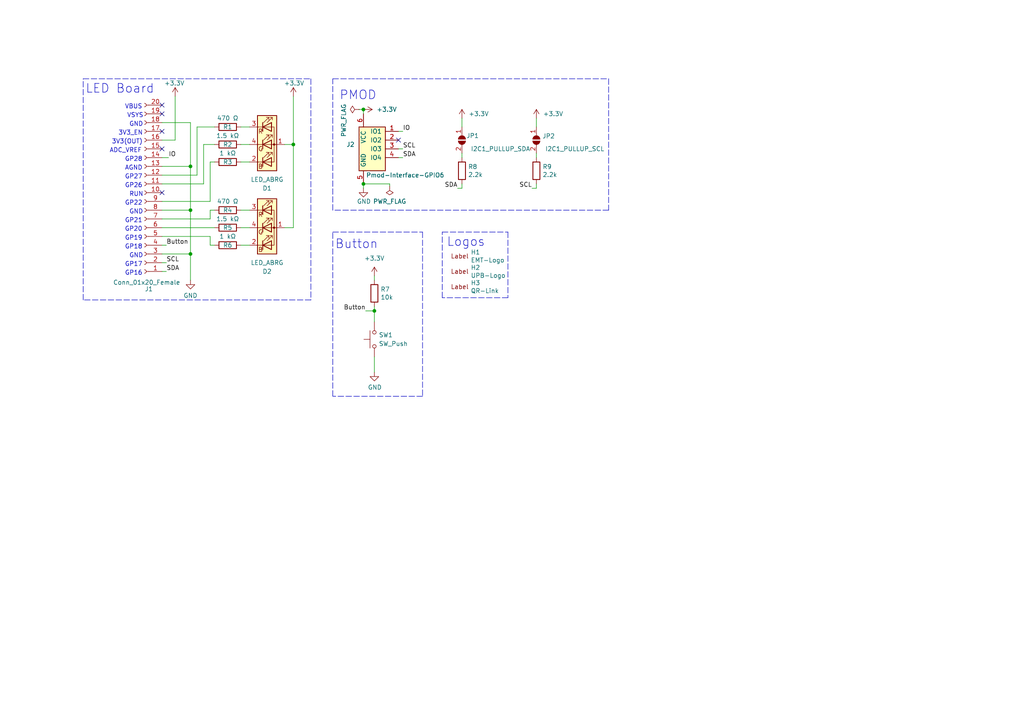
<source format=kicad_sch>
(kicad_sch (version 20211123) (generator eeschema)
  (paper "A4")
  (title_block (title "Pico Pupil Project") (date "04.09.2023") (rev "V 1.0") (company "Paderborn University - Measurement Engineering Group"))
  (lib_symbols
    (symbol "Connector:Conn_01x20_Female" (pin_names (offset 1.016) hide)
      (property "Reference" "J" (at 0 25.4 0))
      (property "Value" "Conn_01x20_Female" (at 0 -27.94 0))
      (symbol "Conn_01x20_Female_1_1"
        (arc (start 0 -24.892) (mid -0.508 -25.4) (end 0 -25.908) (stroke (width 0.1524)))
        (arc (start 0 -22.352) (mid -0.508 -22.86) (end 0 -23.368) (stroke (width 0.1524)))
        (arc (start 0 -19.812) (mid -0.508 -20.32) (end 0 -20.828) (stroke (width 0.1524)))
        (arc (start 0 -17.272) (mid -0.508 -17.78) (end 0 -18.288) (stroke (width 0.1524)))
        (arc (start 0 -14.732) (mid -0.508 -15.24) (end 0 -15.748) (stroke (width 0.1524)))
        (arc (start 0 -12.192) (mid -0.508 -12.7) (end 0 -13.208) (stroke (width 0.1524)))
        (arc (start 0 -9.652) (mid -0.508 -10.16) (end 0 -10.668) (stroke (width 0.1524)))
        (arc (start 0 -7.112) (mid -0.508 -7.62) (end 0 -8.128) (stroke (width 0.1524)))
        (arc (start 0 -4.572) (mid -0.508 -5.08) (end 0 -5.588) (stroke (width 0.1524)))
        (arc (start 0 -2.032) (mid -0.508 -2.54) (end 0 -3.048) (stroke (width 0.1524)))
        (polyline (pts (xy -1.27 -25.4) (xy -0.508 -25.4)) (stroke (width 0.1524)))
        (polyline (pts (xy -1.27 -22.86) (xy -0.508 -22.86)) (stroke (width 0.1524)))
        (polyline (pts (xy -1.27 -20.32) (xy -0.508 -20.32)) (stroke (width 0.1524)))
        (polyline (pts (xy -1.27 -17.78) (xy -0.508 -17.78)) (stroke (width 0.1524)))
        (polyline (pts (xy -1.27 -15.24) (xy -0.508 -15.24)) (stroke (width 0.1524)))
        (polyline (pts (xy -1.27 -12.7) (xy -0.508 -12.7)) (stroke (width 0.1524)))
        (polyline (pts (xy -1.27 -10.16) (xy -0.508 -10.16)) (stroke (width 0.1524)))
        (polyline (pts (xy -1.27 -7.62) (xy -0.508 -7.62)) (stroke (width 0.1524)))
        (polyline (pts (xy -1.27 -5.08) (xy -0.508 -5.08)) (stroke (width 0.1524)))
        (polyline (pts (xy -1.27 -2.54) (xy -0.508 -2.54)) (stroke (width 0.1524)))
        (polyline (pts (xy -1.27 0) (xy -0.508 0)) (stroke (width 0.1524)))
        (polyline (pts (xy -1.27 2.54) (xy -0.508 2.54)) (stroke (width 0.1524)))
        (polyline (pts (xy -1.27 5.08) (xy -0.508 5.08)) (stroke (width 0.1524)))
        (polyline (pts (xy -1.27 7.62) (xy -0.508 7.62)) (stroke (width 0.1524)))
        (polyline (pts (xy -1.27 10.16) (xy -0.508 10.16)) (stroke (width 0.1524)))
        (polyline (pts (xy -1.27 12.7) (xy -0.508 12.7)) (stroke (width 0.1524)))
        (polyline (pts (xy -1.27 15.24) (xy -0.508 15.24)) (stroke (width 0.1524)))
        (polyline (pts (xy -1.27 17.78) (xy -0.508 17.78)) (stroke (width 0.1524)))
        (polyline (pts (xy -1.27 20.32) (xy -0.508 20.32)) (stroke (width 0.1524)))
        (polyline (pts (xy -1.27 22.86) (xy -0.508 22.86)) (stroke (width 0.1524)))
        (arc (start 0 0.508) (mid -0.508 0) (end 0 -0.508) (stroke (width 0.1524)))
        (arc (start 0 3.048) (mid -0.508 2.54) (end 0 2.032) (stroke (width 0.1524)))
        (arc (start 0 5.588) (mid -0.508 5.08) (end 0 4.572) (stroke (width 0.1524)))
        (arc (start 0 8.128) (mid -0.508 7.62) (end 0 7.112) (stroke (width 0.1524)))
        (arc (start 0 10.668) (mid -0.508 10.16) (end 0 9.652) (stroke (width 0.1524)))
        (arc (start 0 13.208) (mid -0.508 12.7) (end 0 12.192) (stroke (width 0.1524)))
        (arc (start 0 15.748) (mid -0.508 15.24) (end 0 14.732) (stroke (width 0.1524)))
        (arc (start 0 18.288) (mid -0.508 17.78) (end 0 17.272) (stroke (width 0.1524)))
        (arc (start 0 20.828) (mid -0.508 20.32) (end 0 19.812) (stroke (width 0.1524)))
        (arc (start 0 23.368) (mid -0.508 22.86) (end 0 22.352) (stroke (width 0.1524)))
        (pin passive line (at -5.08 22.86 0) (length 3.81) (name "Pin_1") (number "1"))
        (pin passive line (at -5.08 0 0) (length 3.81) (name "Pin_10") (number "10"))
        (pin passive line (at -5.08 -2.54 0) (length 3.81) (name "Pin_11") (number "11"))
        (pin passive line (at -5.08 -5.08 0) (length 3.81) (name "Pin_12") (number "12"))
        (pin passive line (at -5.08 -7.62 0) (length 3.81) (name "Pin_13") (number "13"))
        (pin passive line (at -5.08 -10.16 0) (length 3.81) (name "Pin_14") (number "14"))
        (pin passive line (at -5.08 -12.7 0) (length 3.81) (name "Pin_15") (number "15"))
        (pin passive line (at -5.08 -15.24 0) (length 3.81) (name "Pin_16") (number "16"))
        (pin passive line (at -5.08 -17.78 0) (length 3.81) (name "Pin_17") (number "17"))
        (pin passive line (at -5.08 -20.32 0) (length 3.81) (name "Pin_18") (number "18"))
        (pin passive line (at -5.08 -22.86 0) (length 3.81) (name "Pin_19") (number "19"))
        (pin passive line (at -5.08 20.32 0) (length 3.81) (name "Pin_2") (number "2"))
        (pin passive line (at -5.08 -25.4 0) (length 3.81) (name "Pin_20") (number "20"))
        (pin passive line (at -5.08 17.78 0) (length 3.81) (name "Pin_3") (number "3"))
        (pin passive line (at -5.08 15.24 0) (length 3.81) (name "Pin_4") (number "4"))
        (pin passive line (at -5.08 12.7 0) (length 3.81) (name "Pin_5") (number "5"))
        (pin passive line (at -5.08 10.16 0) (length 3.81) (name "Pin_6") (number "6"))
        (pin passive line (at -5.08 7.62 0) (length 3.81) (name "Pin_7") (number "7"))
        (pin passive line (at -5.08 5.08 0) (length 3.81) (name "Pin_8") (number "8"))
        (pin passive line (at -5.08 2.54 0) (length 3.81) (name "Pin_9") (number "9"))
      )
    )
    (symbol "Device:LED_ABRG" (pin_names (offset 0) hide)
      (property "Reference" "D" (at 0 9.398 0))
      (property "Value" "LED_ABRG" (at 0 -8.89 0))
      (symbol "LED_ABRG_0_0"
        (text "B" (at -1.905 -6.35 0) (effects (font (size 1.27 1.27))))
        (text "G" (at -1.905 -1.27 0) (effects (font (size 1.27 1.27))))
        (text "R" (at -1.905 3.81 0) (effects (font (size 1.27 1.27))))
      )
      (symbol "LED_ABRG_0_1"
        (polyline (pts (xy -1.27 -5.08) (xy -2.54 -5.08)))
        (polyline (pts (xy -1.27 -5.08) (xy 1.27 -5.08)))
        (polyline (pts (xy -1.27 -3.81) (xy -1.27 -6.35)) (stroke (width 0.254)))
        (polyline (pts (xy -1.27 0) (xy -2.54 0)))
        (polyline (pts (xy -1.27 1.27) (xy -1.27 -1.27)) (stroke (width 0.254)))
        (polyline (pts (xy -1.27 5.08) (xy -2.54 5.08)))
        (polyline (pts (xy -1.27 5.08) (xy 1.27 5.08)))
        (polyline (pts (xy -1.27 6.35) (xy -1.27 3.81)) (stroke (width 0.254)))
        (polyline (pts (xy 1.27 0) (xy -1.27 0)))
        (polyline (pts (xy 1.27 0) (xy 2.54 0)))
        (polyline (pts (xy -1.27 1.27) (xy -1.27 -1.27) (xy -1.27 -1.27)))
        (polyline (pts (xy -1.27 6.35) (xy -1.27 3.81) (xy -1.27 3.81)))
        (polyline (pts (xy 1.27 -5.08) (xy 2.032 -5.08) (xy 2.032 5.08) (xy 1.27 5.08)))
        (polyline (pts (xy 1.27 -3.81) (xy 1.27 -6.35) (xy -1.27 -5.08) (xy 1.27 -3.81)) (stroke (width 0.254)))
        (polyline (pts (xy 1.27 1.27) (xy 1.27 -1.27) (xy -1.27 0) (xy 1.27 1.27)) (stroke (width 0.254)))
        (polyline (pts (xy 1.27 6.35) (xy 1.27 3.81) (xy -1.27 5.08) (xy 1.27 6.35)) (stroke (width 0.254)))
        (polyline (pts (xy -1.016 -3.81) (xy 0.508 -2.286) (xy -0.254 -2.286) (xy 0.508 -2.286) (xy 0.508 -3.048)))
        (polyline (pts (xy -1.016 1.27) (xy 0.508 2.794) (xy -0.254 2.794) (xy 0.508 2.794) (xy 0.508 2.032)))
        (polyline (pts (xy -1.016 6.35) (xy 0.508 7.874) (xy -0.254 7.874) (xy 0.508 7.874) (xy 0.508 7.112)))
        (polyline (pts (xy 0 -3.81) (xy 1.524 -2.286) (xy 0.762 -2.286) (xy 1.524 -2.286) (xy 1.524 -3.048)))
        (polyline (pts (xy 0 1.27) (xy 1.524 2.794) (xy 0.762 2.794) (xy 1.524 2.794) (xy 1.524 2.032)))
        (polyline (pts (xy 0 6.35) (xy 1.524 7.874) (xy 0.762 7.874) (xy 1.524 7.874) (xy 1.524 7.112)))
        (rectangle (start 1.27 -1.27) (end 1.27 1.27))
        (rectangle (start 1.27 1.27) (end 1.27 1.27))
        (rectangle (start 1.27 3.81) (end 1.27 6.35))
        (rectangle (start 1.27 6.35) (end 1.27 6.35))
        (circle (center 2.032 0) (radius 0.254) (fill (type outline)))
        (rectangle (start 2.794 8.382) (end -2.794 -7.62) (stroke (width 0.254)) (fill (type background)))
      )
      (symbol "LED_ABRG_1_1"
        (pin passive line (at 5.08 0 180) (length 2.54) (name "A") (number "1"))
        (pin passive line (at -5.08 -5.08 0) (length 2.54) (name "BK") (number "2"))
        (pin passive line (at -5.08 5.08 0) (length 2.54) (name "RK") (number "3"))
        (pin passive line (at -5.08 0 0) (length 2.54) (name "GK") (number "4"))
      )
    )
    (symbol "Device:R" (pin_numbers hide) (pin_names (offset 0))
      (property "Reference" "R" (at 2.032 0 90))
      (property "Value" "R" (at 0 0 90))
      (symbol "R_0_1"
        (rectangle (start -1.016 -2.54) (end 1.016 2.54) (stroke (width 0.254)))
      )
      (symbol "R_1_1"
        (pin passive line (at 0 3.81 270) (length 1.27) (name "~") (number "1"))
        (pin passive line (at 0 -3.81 90) (length 1.27) (name "~") (number "2"))
      )
    )
    (symbol "Jumper:SolderJumper_2_Open" (pin_names (offset 0) hide)
      (property "Reference" "JP" (at 0 2.032 0))
      (property "Value" "SolderJumper_2_Open" (at 0 -2.54 0))
      (symbol "SolderJumper_2_Open_0_1"
        (arc (start -0.254 1.016) (mid -1.27 0) (end -0.254 -1.016))
        (arc (start -0.254 1.016) (mid -1.27 0) (end -0.254 -1.016) (fill (type outline)))
        (polyline (pts (xy -0.254 1.016) (xy -0.254 -1.016)))
        (polyline (pts (xy 0.254 1.016) (xy 0.254 -1.016)))
        (arc (start 0.254 -1.016) (mid 1.27 0) (end 0.254 1.016))
        (arc (start 0.254 -1.016) (mid 1.27 0) (end 0.254 1.016) (fill (type outline)))
      )
      (symbol "SolderJumper_2_Open_1_1"
        (pin passive line (at -3.81 0 0) (length 2.54) (name "A") (number "1"))
        (pin passive line (at 3.81 0 180) (length 2.54) (name "B") (number "2"))
      )
    )
    (symbol "Mechanical-emt:Silkscreen_Label" (in_bom no) (on_board no)
      (symbol "Silkscreen_Label_0_0"
        (text "Label" (at 0 0 0) (effects (font (size 1.27 1.27))))
      )
    )
    (symbol "Pmod-Interface-emt:Pmod-Interface-GPIO6" (pin_names (offset 1.016))
      (property "Reference" "J" (at 0 7.62 0))
      (property "Value" "Pmod-Interface-GPIO6" (at 10.16 -8.89 0))
      (symbol "Pmod-Interface-GPIO6_1_1"
        (rectangle (start 3.81 -6.35) (end -3.81 6.35) (stroke (width 0.254)) (fill (type background)))
        (pin bidirectional line (at 7.62 5.08 180) (length 3.81) (name "IO1") (number "1"))
        (pin bidirectional line (at 7.62 2.54 180) (length 3.81) (name "IO2") (number "2"))
        (pin bidirectional line (at 7.62 0 180) (length 3.81) (name "IO3") (number "3"))
        (pin bidirectional line (at 7.62 -2.54 180) (length 3.81) (name "IO4") (number "4"))
        (pin power_in line (at -2.54 -10.16 90) (length 3.81) (name "GND") (number "5"))
        (pin power_in line (at -2.54 10.16 270) (length 3.81) (name "VCC") (number "6"))
      )
    )
    (symbol "Switch:SW_Push" (pin_numbers hide) (pin_names (offset 1.016) hide)
      (property "Reference" "SW" (at 1.27 2.54 0))
      (property "Value" "SW_Push" (at 0 -1.524 0))
      (symbol "SW_Push_0_1"
        (circle (center -2.032 0) (radius 0.508))
        (polyline (pts (xy 0 1.27) (xy 0 3.048)))
        (polyline (pts (xy 2.54 1.27) (xy -2.54 1.27)))
        (circle (center 2.032 0) (radius 0.508))
        (pin passive line (at -5.08 0 0) (length 2.54) (name "1") (number "1"))
        (pin passive line (at 5.08 0 180) (length 2.54) (name "2") (number "2"))
      )
    )
    (symbol "power:+3.3V" (power) (pin_names (offset 0))
      (property "Value" "+3.3V" (at 0 3.556 0))
      (symbol "+3.3V_0_1"
        (polyline (pts (xy -0.762 1.27) (xy 0 2.54)))
        (polyline (pts (xy 0 0) (xy 0 2.54)))
        (polyline (pts (xy 0 2.54) (xy 0.762 1.27)))
      )
      (symbol "+3.3V_1_1"
        (pin power_in line (at 0 0 90) (length 0) hide (name "+3.3V") (number "1"))
      )
    )
    (symbol "power:GND" (power) (pin_names (offset 0))
      (property "Value" "GND" (at 0 -3.81 0))
      (symbol "GND_0_1"
        (polyline (pts (xy 0 0) (xy 0 -1.27) (xy 1.27 -1.27) (xy 0 -2.54) (xy -1.27 -1.27) (xy 0 -1.27)))
      )
      (symbol "GND_1_1"
        (pin power_in line (at 0 0 270) (length 0) hide (name "GND") (number "1"))
      )
    )
    (symbol "power:PWR_FLAG" (power) (pin_numbers hide) (pin_names (offset 0) hide)
      (property "Value" "PWR_FLAG" (at 0 3.81 0))
      (symbol "PWR_FLAG_0_0"
        (pin power_out line (at 0 0 90) (length 0) (name "pwr") (number "1"))
      )
      (symbol "PWR_FLAG_0_1"
        (polyline (pts (xy 0 0) (xy 0 1.27) (xy -1.016 1.905) (xy 0 2.54) (xy 1.016 1.905) (xy 0 1.27)))
      )
    )
  )
  (junction (at 55.245 60.96))
  (junction (at 55.245 48.26))
  (junction (at 105.41 53.34))
  (junction (at 85.09 41.91))
  (junction (at 105.41 31.75))
  (junction (at 55.245 73.66))
  (junction (at 108.585 90.17))
  (no_connect (at 46.99 38.1))
  (no_connect (at 46.99 43.18))
  (no_connect (at 115.57 40.64))
  (no_connect (at 46.99 30.48))
  (no_connect (at 46.99 33.02))
  (no_connect (at 46.99 55.88))
  (polyline (pts (xy 176.53 22.86) (xy 176.53 60.96)))
  (wire (pts (xy 72.39 60.96) (xy 69.85 60.96)))
  (wire (pts (xy 48.26 71.12) (xy 46.99 71.12)))
  (wire (pts (xy 133.985 45.72) (xy 133.985 44.45)))
  (polyline (pts (xy 24.13 22.86) (xy 90.17 22.86)))
  (wire (pts (xy 60.96 68.58) (xy 60.96 71.12)))
  (polyline (pts (xy 96.52 60.96) (xy 96.52 22.86)))
  (wire (pts (xy 85.09 41.91) (xy 85.09 27.94)))
  (polyline (pts (xy 24.13 86.995) (xy 24.13 22.86)))
  (wire (pts (xy 105.41 31.75) (xy 105.41 33.02)))
  (wire (pts (xy 59.055 41.91) (xy 62.23 41.91)))
  (wire (pts (xy 60.96 63.5) (xy 60.96 60.96)))
  (wire (pts (xy 46.99 73.66) (xy 55.245 73.66)))
  (wire (pts (xy 116.84 38.1) (xy 115.57 38.1)))
  (wire (pts (xy 55.245 60.96) (xy 55.245 73.66)))
  (wire (pts (xy 55.245 48.26) (xy 55.245 60.96)))
  (wire (pts (xy 113.03 53.975) (xy 113.03 53.34)))
  (wire (pts (xy 133.985 34.29) (xy 133.985 36.83)))
  (wire (pts (xy 116.84 43.18) (xy 115.57 43.18)))
  (wire (pts (xy 82.55 66.04) (xy 85.09 66.04)))
  (wire (pts (xy 72.39 71.12) (xy 69.85 71.12)))
  (wire (pts (xy 72.39 41.91) (xy 69.85 41.91)))
  (wire (pts (xy 154.305 54.61) (xy 155.575 54.61)))
  (polyline (pts (xy 147.32 86.36) (xy 128.27 86.36)))
  (wire (pts (xy 46.99 50.8) (xy 57.15 50.8)))
  (polyline (pts (xy 147.32 67.31) (xy 147.32 86.36)))
  (polyline (pts (xy 128.27 86.36) (xy 128.27 67.31)))
  (polyline (pts (xy 122.555 114.935) (xy 96.52 114.935)))
  (wire (pts (xy 60.96 58.42) (xy 60.96 46.99)))
  (polyline (pts (xy 90.17 86.995) (xy 24.13 86.995)))
  (wire (pts (xy 104.14 31.75) (xy 105.41 31.75)))
  (wire (pts (xy 85.09 66.04) (xy 85.09 41.91)))
  (polyline (pts (xy 96.52 22.86) (xy 176.53 22.86)))
  (wire (pts (xy 113.03 53.34) (xy 105.41 53.34)))
  (wire (pts (xy 48.26 78.74) (xy 46.99 78.74)))
  (wire (pts (xy 48.895 45.72) (xy 46.99 45.72)))
  (wire (pts (xy 57.15 50.8) (xy 57.15 36.83)))
  (wire (pts (xy 155.575 34.29) (xy 155.575 36.83)))
  (wire (pts (xy 82.55 41.91) (xy 85.09 41.91)))
  (wire (pts (xy 46.99 35.56) (xy 55.245 35.56)))
  (wire (pts (xy 57.15 36.83) (xy 62.23 36.83)))
  (wire (pts (xy 46.99 48.26) (xy 55.245 48.26)))
  (wire (pts (xy 132.715 54.61) (xy 133.985 54.61)))
  (wire (pts (xy 46.99 40.64) (xy 50.8 40.64)))
  (wire (pts (xy 133.985 54.61) (xy 133.985 53.34)))
  (wire (pts (xy 46.99 58.42) (xy 60.96 58.42)))
  (wire (pts (xy 155.575 54.61) (xy 155.575 53.34)))
  (wire (pts (xy 46.99 53.34) (xy 59.055 53.34)))
  (wire (pts (xy 59.055 53.34) (xy 59.055 41.91)))
  (wire (pts (xy 105.41 54.61) (xy 105.41 53.34)))
  (wire (pts (xy 55.245 35.56) (xy 55.245 48.26)))
  (wire (pts (xy 48.26 76.2) (xy 46.99 76.2)))
  (wire (pts (xy 106.045 90.17) (xy 108.585 90.17)))
  (wire (pts (xy 46.99 66.04) (xy 62.23 66.04)))
  (polyline (pts (xy 122.555 67.31) (xy 122.555 114.935)))
  (polyline (pts (xy 96.52 67.31) (xy 122.555 67.31)))
  (wire (pts (xy 50.8 40.64) (xy 50.8 27.94)))
  (polyline (pts (xy 128.27 67.31) (xy 147.32 67.31)))
  (wire (pts (xy 108.585 88.9) (xy 108.585 90.17)))
  (wire (pts (xy 108.585 80.01) (xy 108.585 81.28)))
  (wire (pts (xy 72.39 66.04) (xy 69.85 66.04)))
  (wire (pts (xy 72.39 46.99) (xy 69.85 46.99)))
  (wire (pts (xy 60.96 71.12) (xy 62.23 71.12)))
  (wire (pts (xy 108.585 103.505) (xy 108.585 107.95)))
  (wire (pts (xy 60.96 46.99) (xy 62.23 46.99)))
  (wire (pts (xy 60.96 60.96) (xy 62.23 60.96)))
  (polyline (pts (xy 90.17 22.86) (xy 90.17 86.995)))
  (wire (pts (xy 55.245 73.66) (xy 55.245 81.28)))
  (wire (pts (xy 46.99 63.5) (xy 60.96 63.5)))
  (wire (pts (xy 46.99 68.58) (xy 60.96 68.58)))
  (polyline (pts (xy 96.52 114.935) (xy 96.52 67.31)))
  (wire (pts (xy 46.99 60.96) (xy 55.245 60.96)))
  (wire (pts (xy 116.84 45.72) (xy 115.57 45.72)))
  (wire (pts (xy 155.575 45.72) (xy 155.575 44.45)))
  (wire (pts (xy 72.39 36.83) (xy 69.85 36.83)))
  (wire (pts (xy 108.585 90.17) (xy 108.585 93.345)))
  (polyline (pts (xy 176.53 60.96) (xy 96.52 60.96)))
  (text "3V3(OUT)" (at 32.385 41.91 0) (effects (font (size 1.27 1.27)) (justify left bottom)))
  (text "AGND" (at 36.195 49.53 0) (effects (font (size 1.27 1.27)) (justify left bottom)))
  (text "ADC_VREF" (at 31.75 44.45 0) (effects (font (size 1.27 1.27)) (justify left bottom)))
  (text "GP20" (at 36.1745 67.2587 0) (effects (font (size 1.27 1.27)) (justify left bottom)))
  (text "GP17" (at 36.195 77.47 0) (effects (font (size 1.27 1.27)) (justify left bottom)))
  (text "GP27" (at 36.195 52.07 0) (effects (font (size 1.27 1.27)) (justify left bottom)))
  (text "GP28" (at 36.195 46.99 0) (effects (font (size 1.27 1.27)) (justify left bottom)))
  (text "Logos" (at 129.54 71.755 0) (effects (font (size 2.54 2.54)) (justify left bottom)))
  (text "GP18" (at 36.195 72.39 0) (effects (font (size 1.27 1.27)) (justify left bottom)))
  (text "GP19" (at 36.195 69.85 0) (effects (font (size 1.27 1.27)) (justify left bottom)))
  (text "PMOD" (at 98.425 29.21 0) (effects (font (size 2.54 2.54)) (justify left bottom)))
  (text "VSYS" (at 36.83 34.29 0) (effects (font (size 1.27 1.27)) (justify left bottom)))
  (text "GP21" (at 36.195 64.77 0) (effects (font (size 1.27 1.27)) (justify left bottom)))
  (text "RUN" (at 37.465 57.15 0) (effects (font (size 1.27 1.27)) (justify left bottom)))
  (text "GP26" (at 36.195 54.61 0) (effects (font (size 1.27 1.27)) (justify left bottom)))
  (text "GND" (at 37.465 74.93 0) (effects (font (size 1.27 1.27)) (justify left bottom)))
  (text "VBUS" (at 36.195 31.75 0) (effects (font (size 1.27 1.27)) (justify left bottom)))
  (text "Button" (at 97.155 72.39 0) (effects (font (size 2.54 2.54)) (justify left bottom)))
  (text "3V3_EN" (at 34.29 39.37 0) (effects (font (size 1.27 1.27)) (justify left bottom)))
  (text "GP16" (at 36.195 80.01 0) (effects (font (size 1.27 1.27)) (justify left bottom)))
  (text "GP22" (at 36.195 59.69 0) (effects (font (size 1.27 1.27)) (justify left bottom)))
  (text "GND" (at 37.465 36.83 0) (effects (font (size 1.27 1.27)) (justify left bottom)))
  (text "GND" (at 37.465 62.23 0) (effects (font (size 1.27 1.27)) (justify left bottom)))
  (text "LED Board" (at 24.765 27.305 0) (effects (font (size 2.54 2.54)) (justify left bottom)))
  (label "IO" (at 48.895 45.72 0))
  (label "IO" (at 116.84 38.1 0))
  (label "SDA" (at 48.26 78.74 0))
  (label "SDA" (at 116.84 45.72 0))
  (label "Button" (at 48.26 71.12 0))
  (label "SCL" (at 154.305 54.61 180))
  (label "SCL" (at 48.26 76.2 0))
  (label "SCL" (at 116.84 43.18 0))
  (label "Button" (at 106.045 90.17 180))
  (label "SDA" (at 132.715 54.61 180))
  (symbol (lib_id "Device:R") (at 66.04 66.04 270) (unit 1)
    (property "Reference" "R5" (at 66.04 66.04 90))
    (property "Value" "1.5 kΩ" (at 66.04 63.5 90))
    (property "Footprint" "Resistor_SMD:R_0603_1608Metric" (effects hide))
  )
  (symbol (lib_id "Device:R") (at 108.585 85.09 0) (unit 1)
    (property "Reference" "R7" (at 110.363 83.9216 0) (effects (justify left)))
    (property "Value" "10k" (at 110.363 86.233 0) (effects (justify left)))
    (property "Footprint" "Resistor_SMD:R_0603_1608Metric" (effects hide))
  )
  (symbol (lib_id "Device:R") (at 155.575 49.53 0) (unit 1)
    (property "Reference" "R9" (at 157.353 48.3616 0) (effects (justify left)))
    (property "Value" "2.2k" (at 157.353 50.673 0) (effects (justify left)))
    (property "Footprint" "Resistor_SMD:R_0603_1608Metric" (effects hide))
  )
  (symbol (lib_id "Device:R") (at 66.04 60.96 270) (unit 1)
    (property "Reference" "R4" (at 66.04 60.96 90))
    (property "Value" "470 Ω" (at 66.04 58.42 90))
    (property "Footprint" "Resistor_SMD:R_0603_1608Metric" (effects hide))
  )
  (symbol (lib_id "power:+3.3V") (at 108.585 80.01 0) (unit 1)
    (property "Reference" "#PWR011" (effects hide))
    (property "Value" "+3.3V" (at 108.585 74.93 0))
  )
  (symbol (lib_id "power:+3.3V") (at 133.985 34.29 0) (unit 1)
    (property "Reference" "#PWR01" (effects hide))
    (property "Value" "+3.3V" (at 135.89 33.0199 0) (effects (justify left)))
  )
  (symbol (lib_id "Mechanical-emt:Silkscreen_Label") (at 133.35 74.295 0) (unit 1)
    (property "Reference" "H1" (at 136.525 73.152 0) (effects (justify left)))
    (property "Value" "EMT-Logo" (at 136.525 75.4634 0) (effects (justify left)))
    (property "Footprint" "Symbol-emt:EMT-Logo_11.7x5.9mm_Silkscreen" (effects hide))
  )
  (symbol (lib_id "Switch:SW_Push") (at 108.585 98.425 90) (unit 1)
    (property "Reference" "SW1" (at 109.855 97.1549 90) (effects (justify right)))
    (property "Value" "SW_Push" (at 109.855 99.6949 90) (effects (justify right)))
    (property "Footprint" "Button_Switch-emt:SW_SPST_Schurter_1301.93XX" (effects hide))
  )
  (symbol (lib_id "Jumper:SolderJumper_2_Open") (at 155.575 40.64 270) (unit 1)
    (property "Reference" "JP2" (at 157.3022 39.4716 90) (effects (justify left)))
    (property "Value" "I2C1_PULLUP_SCL" (at 158.115 43.18 90) (effects (justify left)))
    (property "Footprint" "Jumper:SolderJumper-2_P1.3mm_Open_TrianglePad1.0x1.5mm" (effects hide))
  )
  (symbol (lib_id "power:GND") (at 108.585 107.95 0) (unit 1)
    (property "Reference" "#PWR012" (effects hide))
    (property "Value" "GND" (at 108.712 112.3442 0))
  )
  (symbol (lib_id "Device:LED_ABRG") (at 77.47 41.91 0) (unit 1)
    (property "Reference" "D1" (at 77.47 54.61 0))
    (property "Value" "LED_ABRG" (at 77.47 52.07 0))
    (property "Footprint" "LED_SMD:LED_RGB_Wuerth-PLCC4_3.2x2.8mm_150141M173100" (effects hide))
  )
  (symbol (lib_id "power:+3.3V") (at 85.09 27.94 0) (unit 1)
    (property "Reference" "#PWR0102" (effects hide))
    (property "Value" "+3.3V" (at 88.265 24.13 0) (effects (justify right)))
  )
  (symbol (lib_id "Mechanical-emt:Silkscreen_Label") (at 133.35 83.185 0) (unit 1)
    (property "Reference" "H3" (at 136.525 82.042 0) (effects (justify left)))
    (property "Value" "QR-Link" (at 136.525 84.3534 0) (effects (justify left)))
    (property "Footprint" "Symbol-emt:qr-studiere-et_15x16" (effects hide))
  )
  (symbol (lib_id "power:PWR_FLAG") (at 104.14 31.75 90) (unit 1)
    (property "Reference" "#FLG0101" (effects hide))
    (property "Value" "PWR_FLAG" (at 99.695 34.925 0))
  )
  (symbol (lib_id "power:+3.3V") (at 105.41 31.75 270) (unit 1)
    (property "Reference" "#PWR09" (effects hide))
    (property "Value" "+3.3V" (at 109.22 31.7499 90) (effects (justify left)))
  )
  (symbol (lib_id "Device:R") (at 66.04 41.91 270) (unit 1)
    (property "Reference" "R2" (at 66.04 41.91 90))
    (property "Value" "1.5 kΩ" (at 66.04 39.37 90))
    (property "Footprint" "Resistor_SMD:R_0603_1608Metric" (effects hide))
  )
  (symbol (lib_id "Device:R") (at 66.04 46.99 270) (unit 1)
    (property "Reference" "R3" (at 66.04 46.99 90))
    (property "Value" "1 kΩ" (at 66.04 44.45 90))
    (property "Footprint" "Resistor_SMD:R_0603_1608Metric" (effects hide))
  )
  (symbol (lib_id "Jumper:SolderJumper_2_Open") (at 133.985 40.64 270) (unit 1)
    (property "Reference" "JP1" (at 135.255 39.37 90) (effects (justify left)))
    (property "Value" "I2C1_PULLUP_SDA" (at 136.525 43.18 90) (effects (justify left)))
    (property "Footprint" "Jumper:SolderJumper-2_P1.3mm_Open_TrianglePad1.0x1.5mm" (effects hide))
  )
  (symbol (lib_id "power:+3.3V") (at 155.575 34.29 0) (unit 1)
    (property "Reference" "#PWR07" (effects hide))
    (property "Value" "+3.3V" (at 157.48 33.0199 0) (effects (justify left)))
  )
  (symbol (lib_id "Mechanical-emt:Silkscreen_Label") (at 133.35 78.74 0) (unit 1)
    (property "Reference" "H2" (at 136.525 77.597 0) (effects (justify left)))
    (property "Value" "UPB-Logo" (at 136.525 79.9084 0) (effects (justify left)))
    (property "Footprint" "Symbol-emt:UPB-Logo_De_15.9X5.6mm" (effects hide))
  )
  (symbol (lib_id "power:+3.3V") (at 50.8 27.94 0) (unit 1)
    (property "Reference" "#PWR03" (effects hide))
    (property "Value" "+3.3V" (at 47.625 24.13 0) (effects (justify left)))
  )
  (symbol (lib_id "Device:LED_ABRG") (at 77.47 66.04 0) (unit 1)
    (property "Reference" "D2" (at 77.47 78.74 0))
    (property "Value" "LED_ABRG" (at 77.47 76.2 0))
    (property "Footprint" "LED_SMD:LED_RGB_Wuerth-PLCC4_3.2x2.8mm_150141M173100" (effects hide))
  )
  (symbol (lib_id "Device:R") (at 133.985 49.53 0) (unit 1)
    (property "Reference" "R8" (at 135.763 48.3616 0) (effects (justify left)))
    (property "Value" "2.2k" (at 135.763 50.673 0) (effects (justify left)))
    (property "Footprint" "Resistor_SMD:R_0603_1608Metric" (effects hide))
  )
  (symbol (lib_id "Connector:Conn_01x20_Female") (at 41.91 55.88 180) (unit 1)
    (property "Reference" "J1" (at 43.18 83.82 0))
    (property "Value" "Conn_01x20_Female" (at 42.545 81.915 0))
    (property "Footprint" "Connector_PinSocket_2.54mm:PinSocket_1x20_P2.54mm_Vertical" (effects hide))
  )
  (symbol (lib_id "Device:R") (at 66.04 36.83 270) (unit 1)
    (property "Reference" "R1" (at 66.04 36.83 90))
    (property "Value" "470 Ω" (at 66.04 34.29 90))
    (property "Footprint" "Resistor_SMD:R_0603_1608Metric" (effects hide))
  )
  (symbol (lib_id "Pmod-Interface-emt:Pmod-Interface-GPIO6") (at 107.95 43.18 0) (unit 1)
    (property "Reference" "J2" (at 102.87 41.9099 0) (effects (justify right)))
    (property "Value" "Pmod-Interface-GPIO6" (at 128.905 50.8 0) (effects (justify right)))
    (property "Footprint" "Pmod_Interface-emt:Pmod_Interface_Female6" (effects hide))
  )
  (symbol (lib_id "power:GND") (at 55.245 81.28 0) (unit 1)
    (property "Reference" "#PWR06" (effects hide))
    (property "Value" "GND" (at 55.245 85.725 0))
  )
  (symbol (lib_id "power:PWR_FLAG") (at 113.03 53.975 180) (unit 1)
    (property "Reference" "#FLG0102" (effects hide))
    (property "Value" "PWR_FLAG" (at 113.03 58.42 0))
  )
  (symbol (lib_id "power:GND") (at 105.41 54.61 0) (unit 1)
    (property "Reference" "#PWR010" (effects hide))
    (property "Value" "GND" (at 103.505 58.42 0) (effects (justify left)))
  )
  (symbol (lib_id "Device:R") (at 66.04 71.12 270) (unit 1)
    (property "Reference" "R6" (at 66.04 71.12 90))
    (property "Value" "1 kΩ" (at 66.04 68.58 90))
    (property "Footprint" "Resistor_SMD:R_0603_1608Metric" (effects hide))
  )
)
</source>
